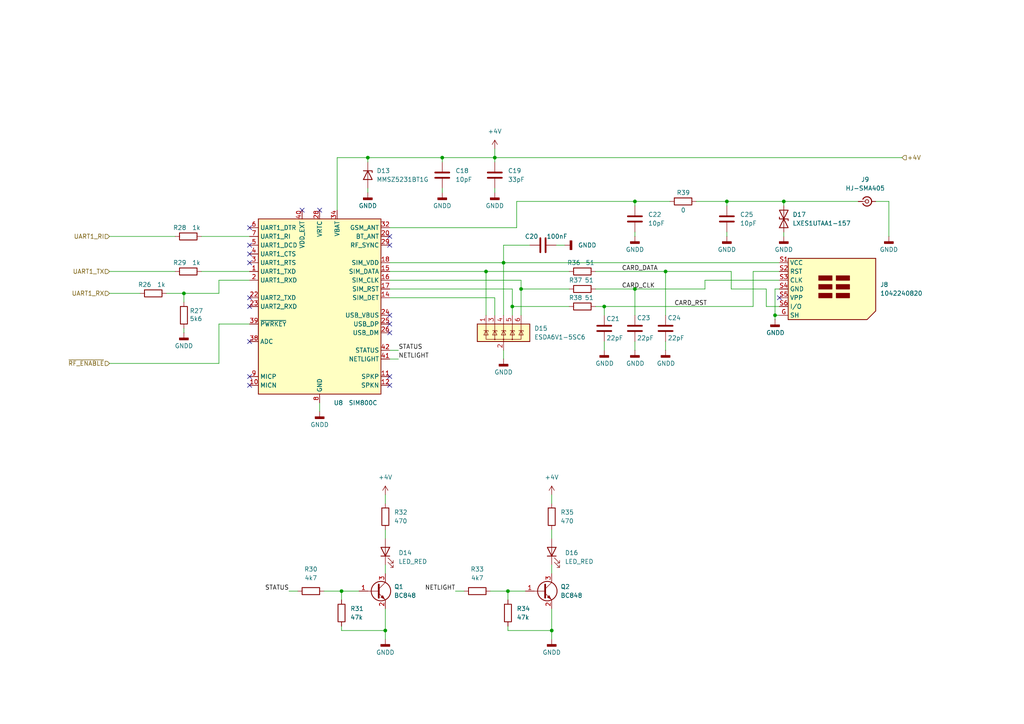
<source format=kicad_sch>
(kicad_sch (version 20250114) (generator "eeschema") (generator_version "9.0")
  (paper "A4")
  (lib_symbols
    (symbol "Device:C" (pin_numbers (hide yes)) (pin_names (offset 0.254))
      (property "Reference" "C" (at 0.635 2.54 0))
      (property "Value" "C" (at 0.635 -2.54 0))
      (symbol "C_0_1"
        (polyline (pts (xy -2.032 0.762) (xy 2.032 0.762)) (stroke (width 0.508)))
        (polyline (pts (xy -2.032 -0.762) (xy 2.032 -0.762)) (stroke (width 0.508)))
      )
      (symbol "C_1_1"
        (pin passive line (at 0 3.81 270) (length 2.794) (name "~") (number "1"))
        (pin passive line (at 0 -3.81 90) (length 2.794) (name "~") (number "2"))
      )
    )
    (symbol "Device:D_TVS" (pin_numbers (hide yes)) (pin_names (offset 1.016) (hide yes))
      (property "Reference" "D" (at 0 2.54 0))
      (property "Value" "D_TVS" (at 0 -2.54 0))
      (symbol "D_TVS_0_1"
        (polyline (pts (xy -2.54 1.27) (xy -2.54 -1.27) (xy 2.54 1.27) (xy 2.54 -1.27) (xy -2.54 1.27)) (stroke (width 0.254)))
        (polyline (pts (xy 0.508 1.27) (xy 0 1.27) (xy 0 -1.27) (xy -0.508 -1.27)) (stroke (width 0.254)))
        (polyline (pts (xy 1.27 0) (xy -1.27 0)))
      )
      (symbol "D_TVS_1_1"
        (pin passive line (at -3.81 0 0) (length 2.54) (name "A1") (number "1"))
        (pin passive line (at 3.81 0 180) (length 2.54) (name "A2") (number "2"))
      )
    )
    (symbol "Device:D_Zener" (pin_numbers (hide yes)) (pin_names (offset 1.016) (hide yes))
      (property "Reference" "D" (at 0 2.54 0))
      (property "Value" "D_Zener" (at 0 -2.54 0))
      (symbol "D_Zener_0_1"
        (polyline (pts (xy -1.27 -1.27) (xy -1.27 1.27) (xy -0.762 1.27)) (stroke (width 0.254)))
        (polyline (pts (xy 1.27 0) (xy -1.27 0)))
        (polyline (pts (xy 1.27 -1.27) (xy 1.27 1.27) (xy -1.27 0) (xy 1.27 -1.27)) (stroke (width 0.254)))
      )
      (symbol "D_Zener_1_1"
        (pin passive line (at -3.81 0 0) (length 2.54) (name "K") (number "1"))
        (pin passive line (at 3.81 0 180) (length 2.54) (name "A") (number "2"))
      )
    )
    (symbol "Device:LED" (pin_numbers (hide yes)) (pin_names (offset 1.016) (hide yes))
      (property "Reference" "D" (at 0 2.54 0))
      (property "Value" "LED" (at 0 -2.54 0))
      (symbol "LED_0_1"
        (polyline (pts (xy -3.048 -0.762) (xy -4.572 -2.286) (xy -3.81 -2.286) (xy -4.572 -2.286) (xy -4.572 -1.524)))
        (polyline (pts (xy -1.778 -0.762) (xy -3.302 -2.286) (xy -2.54 -2.286) (xy -3.302 -2.286) (xy -3.302 -1.524)))
        (polyline (pts (xy -1.27 0) (xy 1.27 0)))
        (polyline (pts (xy -1.27 -1.27) (xy -1.27 1.27)) (stroke (width 0.254)))
        (polyline (pts (xy 1.27 -1.27) (xy 1.27 1.27) (xy -1.27 0) (xy 1.27 -1.27)) (stroke (width 0.254)))
      )
      (symbol "LED_1_1"
        (pin passive line (at -3.81 0 0) (length 2.54) (name "K") (number "1"))
        (pin passive line (at 3.81 0 180) (length 2.54) (name "A") (number "2"))
      )
    )
    (symbol "Device:R" (pin_numbers (hide yes)) (pin_names (offset 0))
      (property "Reference" "R" (at 2.032 0 90))
      (property "Value" "R" (at 0 0 90))
      (symbol "R_0_1"
        (rectangle (start -1.016 -2.54) (end 1.016 2.54) (stroke (width 0.254)))
      )
      (symbol "R_1_1"
        (pin passive line (at 0 3.81 270) (length 1.27) (name "~") (number "1"))
        (pin passive line (at 0 -3.81 90) (length 1.27) (name "~") (number "2"))
      )
    )
    (symbol "Power_Protection:ESDA6V1-5SC6" (pin_names (hide yes))
      (property "Reference" "D" (at -5.08 -3.81 0))
      (property "Value" "ESDA6V1-5SC6" (at 2.54 -3.81 0))
      (symbol "ESDA6V1-5SC6_0_0"
        (pin passive line (at 0 -5.08 90) (length 2.54) (name "GND") (number "2"))
      )
      (symbol "ESDA6V1-5SC6_0_1"
        (rectangle (start -7.62 2.54) (end 7.62 -2.54) (stroke (width 0.254)) (fill (type background)))
        (polyline (pts (xy -5.715 0.635) (xy -4.445 0.635) (xy -4.445 0.381)))
        (polyline (pts (xy -5.715 -0.635) (xy -4.445 -0.635) (xy -5.08 0.635) (xy -5.715 -0.635)))
        (polyline (pts (xy -5.08 2.54) (xy -5.08 -1.905) (xy 5.08 -1.905) (xy 5.08 2.54)))
        (polyline (pts (xy -3.175 0.635) (xy -1.905 0.635) (xy -1.905 0.381)))
        (polyline (pts (xy -3.175 -0.635) (xy -1.905 -0.635) (xy -2.54 0.635) (xy -3.175 -0.635)))
        (polyline (pts (xy -2.54 2.54) (xy -2.54 -1.905)))
        (circle (center -2.54 -1.905) (radius 0.127))
        (polyline (pts (xy -0.635 0.635) (xy 0.635 0.635) (xy 0.635 0.381)))
        (polyline (pts (xy -0.635 -0.635) (xy 0.635 -0.635) (xy 0 0.635) (xy -0.635 -0.635)))
        (polyline (pts (xy 0 2.54) (xy 0 -2.54)))
        (circle (center 0 -1.905) (radius 0.127))
        (polyline (pts (xy 1.905 0.635) (xy 3.175 0.635) (xy 3.175 0.381)))
        (polyline (pts (xy 1.905 -0.635) (xy 3.175 -0.635) (xy 2.54 0.635) (xy 1.905 -0.635)))
        (polyline (pts (xy 2.54 2.54) (xy 2.54 -1.905)))
        (circle (center 2.54 -1.905) (radius 0.127))
        (polyline (pts (xy 4.445 0.635) (xy 5.715 0.635) (xy 5.715 0.381)))
        (polyline (pts (xy 4.445 -0.635) (xy 5.715 -0.635) (xy 5.08 0.635) (xy 4.445 -0.635)))
      )
      (symbol "ESDA6V1-5SC6_1_1"
        (pin passive line (at -5.08 5.08 270) (length 2.54) (name "IO1") (number "1"))
        (pin passive line (at -2.54 5.08 270) (length 2.54) (name "IO2") (number "3"))
        (pin passive line (at 0 5.08 270) (length 2.54) (name "IO3") (number "4"))
        (pin passive line (at 2.54 5.08 270) (length 2.54) (name "IO4") (number "5"))
        (pin passive line (at 5.08 5.08 270) (length 2.54) (name "IO5") (number "6"))
      )
    )
    (symbol "RF_GSM:SIM800C"
      (property "Reference" "U" (at -15.24 26.67 0))
      (property "Value" "SIM800C" (at 12.7 26.67 0))
      (symbol "SIM800C_0_1"
        (rectangle (start -17.78 25.4) (end 17.78 -25.4) (stroke (width 0.254)) (fill (type background)))
      )
      (symbol "SIM800C_1_1"
        (pin input line (at -20.32 22.86 0) (length 2.54) (name "UART1_DTR") (number "6"))
        (pin output line (at -20.32 20.32 0) (length 2.54) (name "UART1_RI") (number "7"))
        (pin output line (at -20.32 17.78 0) (length 2.54) (name "UART1_DCD") (number "5"))
        (pin output line (at -20.32 15.24 0) (length 2.54) (name "UART1_CTS") (number "4"))
        (pin input line (at -20.32 12.7 0) (length 2.54) (name "UART1_RTS") (number "3"))
        (pin output line (at -20.32 10.16 0) (length 2.54) (name "UART1_TXD") (number "1"))
        (pin input line (at -20.32 7.62 0) (length 2.54) (name "UART1_RXD") (number "2"))
        (pin output line (at -20.32 2.54 0) (length 2.54) (name "UART2_TXD") (number "22"))
        (pin input line (at -20.32 0 0) (length 2.54) (name "UART2_RXD") (number "23"))
        (pin input line (at -20.32 -5.08 0) (length 2.54) (name "~{PWRKEY}") (number "39"))
        (pin input line (at -20.32 -10.16 0) (length 2.54) (name "ADC") (number "38"))
        (pin input line (at -20.32 -20.32 0) (length 2.54) (name "MICP") (number "9"))
        (pin input line (at -20.32 -22.86 0) (length 2.54) (name "MICN") (number "10"))
        (pin power_out line (at -5.08 27.94 270) (length 2.54) (name "VDD_EXT") (number "40"))
        (pin power_in line (at 0 27.94 270) (length 2.54) (name "VRTC") (number "28"))
        (pin passive line (at 0 -27.94 90) (length 2.54) (hide yes) (name "GND") (number "13"))
        (pin passive line (at 0 -27.94 90) (length 2.54) (hide yes) (name "GND") (number "19"))
        (pin passive line (at 0 -27.94 90) (length 2.54) (hide yes) (name "GND") (number "21"))
        (pin passive line (at 0 -27.94 90) (length 2.54) (hide yes) (name "GND") (number "27"))
        (pin passive line (at 0 -27.94 90) (length 2.54) (hide yes) (name "GND") (number "30"))
        (pin passive line (at 0 -27.94 90) (length 2.54) (hide yes) (name "GND") (number "31"))
        (pin passive line (at 0 -27.94 90) (length 2.54) (hide yes) (name "GND") (number "33"))
        (pin passive line (at 0 -27.94 90) (length 2.54) (hide yes) (name "GND") (number "36"))
        (pin passive line (at 0 -27.94 90) (length 2.54) (hide yes) (name "GND") (number "37"))
        (pin power_in line (at 0 -27.94 90) (length 2.54) (name "GND") (number "8"))
        (pin power_in line (at 5.08 27.94 270) (length 2.54) (name "VBAT") (number "34"))
        (pin passive line (at 5.08 27.94 270) (length 2.54) (hide yes) (name "VBAT") (number "35"))
        (pin passive line (at 20.32 22.86 180) (length 2.54) (name "GSM_ANT") (number "32"))
        (pin passive line (at 20.32 20.32 180) (length 2.54) (name "BT_ANT") (number "20"))
        (pin output line (at 20.32 17.78 180) (length 2.54) (name "RF_SYNC") (number "29"))
        (pin power_out line (at 20.32 12.7 180) (length 2.54) (name "SIM_VDD") (number "18"))
        (pin bidirectional line (at 20.32 10.16 180) (length 2.54) (name "SIM_DATA") (number "15"))
        (pin output line (at 20.32 7.62 180) (length 2.54) (name "SIM_CLK") (number "16"))
        (pin output line (at 20.32 5.08 180) (length 2.54) (name "SIM_RST") (number "17"))
        (pin input line (at 20.32 2.54 180) (length 2.54) (name "SIM_DET") (number "14"))
        (pin input line (at 20.32 -2.54 180) (length 2.54) (name "USB_VBUS") (number "24"))
        (pin bidirectional line (at 20.32 -5.08 180) (length 2.54) (name "USB_DP") (number "25"))
        (pin bidirectional line (at 20.32 -7.62 180) (length 2.54) (name "USB_DM") (number "26"))
        (pin output line (at 20.32 -12.7 180) (length 2.54) (name "STATUS") (number "42"))
        (pin output line (at 20.32 -15.24 180) (length 2.54) (name "NETLIGHT") (number "41"))
        (pin output line (at 20.32 -20.32 180) (length 2.54) (name "SPKP") (number "11"))
        (pin output line (at 20.32 -22.86 180) (length 2.54) (name "SPKN") (number "12"))
      )
    )
    (symbol "Transistor_BJT:BC848" (pin_names (offset 0) (hide yes))
      (property "Reference" "Q" (at 5.08 1.905 0))
      (property "Value" "BC848" (at 5.08 0 0))
      (symbol "BC848_0_1"
        (polyline (pts (xy -2.54 0) (xy 0.635 0)))
        (polyline (pts (xy 0.635 1.905) (xy 0.635 -1.905)) (stroke (width 0.508)))
        (circle (center 1.27 0) (radius 2.8194) (stroke (width 0.254)))
      )
      (symbol "BC848_1_1"
        (polyline (pts (xy 0.635 0.635) (xy 2.54 2.54)))
        (polyline (pts (xy 0.635 -0.635) (xy 2.54 -2.54)))
        (polyline (pts (xy 1.27 -1.778) (xy 1.778 -1.27) (xy 2.286 -2.286) (xy 1.27 -1.778)) (fill (type outline)))
        (pin input line (at -5.08 0 0) (length 2.54) (name "B") (number "1"))
        (pin passive line (at 2.54 5.08 270) (length 2.54) (name "C") (number "3"))
        (pin passive line (at 2.54 -5.08 90) (length 2.54) (name "E") (number "2"))
      )
    )
    (symbol "power:+4V" (power) (pin_numbers (hide yes)) (pin_names (offset 0) (hide yes))
      (property "Value" "+4V" (at 0 3.556 0))
      (symbol "+4V_0_1"
        (polyline (pts (xy -0.762 1.27) (xy 0 2.54)))
        (polyline (pts (xy 0 2.54) (xy 0.762 1.27)))
        (polyline (pts (xy 0 0) (xy 0 2.54)))
      )
      (symbol "+4V_1_1"
        (pin power_in line (at 0 0 90) (length 0) (name "~") (number "1"))
      )
    )
    (symbol "power:GNDD" (power) (pin_numbers (hide yes)) (pin_names (offset 0) (hide yes))
      (property "Value" "GNDD" (at 0 -3.175 0))
      (symbol "GNDD_0_1"
        (rectangle (start -1.27 -1.524) (end 1.27 -2.032) (stroke (width 0.254)) (fill (type outline)))
        (polyline (pts (xy 0 0) (xy 0 -1.524)))
      )
      (symbol "GNDD_1_1"
        (pin power_in line (at 0 0 270) (length 0) (name "~") (number "1"))
      )
    )
    (symbol "symbols:SIM_Card_Shielded_1042240820_Molex"
      (property "Reference" "J" (at 2.54 12.7 0))
      (property "Value" "1042240820" (at 8.128 10.16 0))
      (symbol "SIM_Card_Shielded_1042240820_Molex_0_1"
        (polyline (pts (xy -10.16 8.89) (xy -10.16 -8.89) (xy 12.7 -8.89) (xy 15.24 -6.35) (xy 15.24 8.89) (xy -10.16 8.89)) (stroke (width 0.254)) (fill (type background)))
        (rectangle (start -1.27 2.54) (end 2.54 3.81) (stroke (width 0.254)) (fill (type outline)))
        (rectangle (start -1.27 0) (end 2.54 1.27) (stroke (width 0.254)) (fill (type outline)))
        (rectangle (start -1.27 -2.54) (end 2.54 -1.27) (stroke (width 0.254)) (fill (type outline)))
        (rectangle (start 3.81 2.54) (end 7.62 3.81) (stroke (width 0.254)) (fill (type outline)))
        (rectangle (start 3.81 0) (end 7.62 1.27) (stroke (width 0.254)) (fill (type outline)))
        (rectangle (start 3.81 -1.27) (end 7.62 -2.54) (stroke (width 0.254)) (fill (type outline)))
      )
      (symbol "SIM_Card_Shielded_1042240820_Molex_1_1"
        (pin power_in line (at -12.7 7.62 0) (length 2.54) (name "VCC") (number "S1"))
        (pin input line (at -12.7 5.08 0) (length 2.54) (name "RST") (number "S2"))
        (pin input line (at -12.7 2.54 0) (length 2.54) (name "CLK") (number "S3"))
        (pin power_in line (at -12.7 0 0) (length 2.54) (name "GND") (number "S4"))
        (pin input line (at -12.7 -2.54 0) (length 2.54) (name "VPP") (number "S5"))
        (pin bidirectional line (at -12.7 -5.08 0) (length 2.54) (name "I/O") (number "S6"))
        (pin passive line (at -12.7 -7.62 0) (length 2.54) (name "SH") (number "G"))
        (pin no_connect line (at 17.78 7.62 180) (length 2.54) (hide yes) (name "NC") (number "11"))
        (pin no_connect line (at 17.78 5.08 180) (length 2.54) (hide yes) (name "NC") (number "12"))
      )
    )
    (symbol "symbols:SMA_conn_HJ-SMA405" (pin_numbers (hide yes)) (pin_names (offset 1.016) (hide yes))
      (property "Reference" "J" (at 0.254 3.048 0))
      (property "Value" "SMA_conn_HJ-SMA405" (at 0 -3.81 0))
      (symbol "SMA_conn_HJ-SMA405_0_1"
        (polyline (pts (xy -2.54 0) (xy -0.508 0)))
        (circle (center 0 0) (radius 0.508) (stroke (width 0.2032)))
      )
      (symbol "SMA_conn_HJ-SMA405_1_1"
        (arc (start 1.3484 0.0039) (mid 0.327 -1.308) (end -1.1916 -0.6311) (stroke (width 0.3048)))
        (arc (start -1.1916 0.6311) (mid 0.327 1.3081) (end 1.3484 -0.0039) (stroke (width 0.3048)))
        (pin passive line (at -2.54 0 0) (length 1.27) (name "In") (number "1"))
        (pin passive line (at 2.54 0 180) (length 1.27) (name "Ext") (number "2"))
      )
    )
  )
  (junction (at 53.34 85.09))
  (junction (at 143.51 45.72))
  (junction (at 111.76 182.88))
  (junction (at 193.04 78.74))
  (junction (at 184.15 58.42))
  (junction (at 148.59 88.9))
  (junction (at 224.79 91.44))
  (junction (at 160.02 182.88))
  (junction (at 128.27 45.72))
  (junction (at 147.32 171.45))
  (junction (at 175.26 88.9))
  (junction (at 140.97 78.74))
  (junction (at 210.82 58.42))
  (junction (at 146.05 76.2))
  (junction (at 151.13 83.82))
  (junction (at 99.06 171.45))
  (junction (at 106.68 45.72))
  (junction (at 227.33 58.42))
  (junction (at 184.15 83.82))
  (no_connect (at 113.03 109.22))
  (no_connect (at 72.39 66.04))
  (no_connect (at 72.39 88.9))
  (no_connect (at 113.03 91.44))
  (no_connect (at 72.39 99.06))
  (no_connect (at 113.03 68.58))
  (no_connect (at 113.03 111.76))
  (no_connect (at 92.71 60.96))
  (no_connect (at 72.39 76.2))
  (no_connect (at 113.03 71.12))
  (no_connect (at 113.03 93.98))
  (no_connect (at 72.39 111.76))
  (no_connect (at 72.39 71.12))
  (no_connect (at 72.39 73.66))
  (no_connect (at 72.39 109.22))
  (no_connect (at 226.06 86.36))
  (no_connect (at 72.39 86.36))
  (no_connect (at 87.63 60.96))
  (no_connect (at 113.03 96.52))
  (wire (pts (xy 53.34 85.09) (xy 63.5 85.09)))
  (wire (pts (xy 58.42 78.74) (xy 72.39 78.74)))
  (wire (pts (xy 106.68 45.72) (xy 97.79 45.72)))
  (wire (pts (xy 147.32 182.88) (xy 160.02 182.88)))
  (wire (pts (xy 31.75 105.41) (xy 63.5 105.41)))
  (wire (pts (xy 151.13 83.82) (xy 165.1 83.82)))
  (wire (pts (xy 218.44 78.74) (xy 226.06 78.74)))
  (wire (pts (xy 111.76 176.53) (xy 111.76 182.88)))
  (wire (pts (xy 261.62 45.72) (xy 143.51 45.72)))
  (wire (pts (xy 175.26 88.9) (xy 218.44 88.9)))
  (wire (pts (xy 160.02 182.88) (xy 160.02 185.42)))
  (wire (pts (xy 99.06 181.61) (xy 99.06 182.88)))
  (wire (pts (xy 184.15 67.31) (xy 184.15 68.58)))
  (wire (pts (xy 227.33 58.42) (xy 248.92 58.42)))
  (wire (pts (xy 184.15 58.42) (xy 149.86 58.42)))
  (wire (pts (xy 63.5 105.41) (xy 63.5 93.98)))
  (wire (pts (xy 224.79 83.82) (xy 224.79 91.44)))
  (wire (pts (xy 161.29 71.12) (xy 163.83 71.12)))
  (wire (pts (xy 97.79 45.72) (xy 97.79 60.96)))
  (wire (pts (xy 254 58.42) (xy 257.81 58.42)))
  (wire (pts (xy 160.02 163.83) (xy 160.02 166.37)))
  (wire (pts (xy 31.75 85.09) (xy 40.64 85.09)))
  (wire (pts (xy 143.51 54.61) (xy 143.51 55.88)))
  (wire (pts (xy 172.72 78.74) (xy 193.04 78.74)))
  (wire (pts (xy 227.33 58.42) (xy 227.33 59.69)))
  (wire (pts (xy 83.82 171.45) (xy 86.36 171.45)))
  (wire (pts (xy 165.1 78.74) (xy 140.97 78.74)))
  (wire (pts (xy 222.25 88.9) (xy 226.06 88.9)))
  (wire (pts (xy 143.51 45.72) (xy 143.51 46.99)))
  (wire (pts (xy 63.5 81.28) (xy 72.39 81.28)))
  (wire (pts (xy 184.15 83.82) (xy 204.47 83.82)))
  (wire (pts (xy 63.5 85.09) (xy 63.5 81.28)))
  (wire (pts (xy 257.81 58.42) (xy 257.81 68.58)))
  (wire (pts (xy 113.03 101.6) (xy 115.57 101.6)))
  (wire (pts (xy 48.26 85.09) (xy 53.34 85.09)))
  (wire (pts (xy 146.05 71.12) (xy 146.05 76.2)))
  (wire (pts (xy 99.06 171.45) (xy 104.14 171.45)))
  (wire (pts (xy 147.32 181.61) (xy 147.32 182.88)))
  (wire (pts (xy 113.03 83.82) (xy 148.59 83.82)))
  (wire (pts (xy 31.75 78.74) (xy 50.8 78.74)))
  (wire (pts (xy 212.09 78.74) (xy 212.09 83.82)))
  (wire (pts (xy 147.32 171.45) (xy 152.4 171.45)))
  (wire (pts (xy 146.05 76.2) (xy 226.06 76.2)))
  (wire (pts (xy 132.08 171.45) (xy 134.62 171.45)))
  (wire (pts (xy 212.09 83.82) (xy 222.25 83.82)))
  (wire (pts (xy 153.67 71.12) (xy 146.05 71.12)))
  (wire (pts (xy 193.04 99.06) (xy 193.04 101.6)))
  (wire (pts (xy 111.76 153.67) (xy 111.76 156.21)))
  (wire (pts (xy 106.68 54.61) (xy 106.68 55.88)))
  (wire (pts (xy 210.82 58.42) (xy 227.33 58.42)))
  (wire (pts (xy 113.03 76.2) (xy 146.05 76.2)))
  (wire (pts (xy 184.15 58.42) (xy 184.15 59.69)))
  (wire (pts (xy 58.42 68.58) (xy 72.39 68.58)))
  (wire (pts (xy 193.04 78.74) (xy 193.04 91.44)))
  (wire (pts (xy 128.27 45.72) (xy 106.68 45.72)))
  (wire (pts (xy 172.72 88.9) (xy 175.26 88.9)))
  (wire (pts (xy 226.06 83.82) (xy 224.79 83.82)))
  (wire (pts (xy 143.51 43.18) (xy 143.51 45.72)))
  (wire (pts (xy 111.76 143.51) (xy 111.76 146.05)))
  (wire (pts (xy 204.47 83.82) (xy 204.47 81.28)))
  (wire (pts (xy 147.32 171.45) (xy 147.32 173.99)))
  (wire (pts (xy 53.34 85.09) (xy 53.34 87.63)))
  (wire (pts (xy 63.5 93.98) (xy 72.39 93.98)))
  (wire (pts (xy 31.75 68.58) (xy 50.8 68.58)))
  (wire (pts (xy 113.03 86.36) (xy 143.51 86.36)))
  (wire (pts (xy 184.15 99.06) (xy 184.15 101.6)))
  (wire (pts (xy 53.34 95.25) (xy 53.34 96.52)))
  (wire (pts (xy 93.98 171.45) (xy 99.06 171.45)))
  (wire (pts (xy 106.68 45.72) (xy 106.68 46.99)))
  (wire (pts (xy 193.04 78.74) (xy 212.09 78.74)))
  (wire (pts (xy 140.97 78.74) (xy 140.97 91.44)))
  (wire (pts (xy 160.02 143.51) (xy 160.02 146.05)))
  (wire (pts (xy 194.31 58.42) (xy 184.15 58.42)))
  (wire (pts (xy 111.76 182.88) (xy 111.76 185.42)))
  (wire (pts (xy 111.76 163.83) (xy 111.76 166.37)))
  (wire (pts (xy 151.13 83.82) (xy 151.13 91.44)))
  (wire (pts (xy 99.06 182.88) (xy 111.76 182.88)))
  (wire (pts (xy 149.86 66.04) (xy 113.03 66.04)))
  (wire (pts (xy 226.06 91.44) (xy 224.79 91.44)))
  (wire (pts (xy 143.51 86.36) (xy 143.51 91.44)))
  (wire (pts (xy 113.03 81.28) (xy 151.13 81.28)))
  (wire (pts (xy 151.13 81.28) (xy 151.13 83.82)))
  (wire (pts (xy 175.26 99.06) (xy 175.26 101.6)))
  (wire (pts (xy 160.02 176.53) (xy 160.02 182.88)))
  (wire (pts (xy 218.44 88.9) (xy 218.44 78.74)))
  (wire (pts (xy 210.82 58.42) (xy 210.82 59.69)))
  (wire (pts (xy 222.25 83.82) (xy 222.25 88.9)))
  (wire (pts (xy 204.47 81.28) (xy 226.06 81.28)))
  (wire (pts (xy 148.59 83.82) (xy 148.59 88.9)))
  (wire (pts (xy 224.79 91.44) (xy 224.79 92.71)))
  (wire (pts (xy 143.51 45.72) (xy 128.27 45.72)))
  (wire (pts (xy 99.06 171.45) (xy 99.06 173.99)))
  (wire (pts (xy 142.24 171.45) (xy 147.32 171.45)))
  (wire (pts (xy 149.86 58.42) (xy 149.86 66.04)))
  (wire (pts (xy 175.26 88.9) (xy 175.26 91.44)))
  (wire (pts (xy 128.27 54.61) (xy 128.27 55.88)))
  (wire (pts (xy 184.15 83.82) (xy 184.15 91.44)))
  (wire (pts (xy 113.03 78.74) (xy 140.97 78.74)))
  (wire (pts (xy 92.71 116.84) (xy 92.71 119.38)))
  (wire (pts (xy 201.93 58.42) (xy 210.82 58.42)))
  (wire (pts (xy 128.27 45.72) (xy 128.27 46.99)))
  (wire (pts (xy 148.59 88.9) (xy 165.1 88.9)))
  (wire (pts (xy 148.59 88.9) (xy 148.59 91.44)))
  (wire (pts (xy 146.05 101.6) (xy 146.05 104.14)))
  (wire (pts (xy 210.82 67.31) (xy 210.82 68.58)))
  (wire (pts (xy 160.02 153.67) (xy 160.02 156.21)))
  (wire (pts (xy 146.05 76.2) (xy 146.05 91.44)))
  (wire (pts (xy 227.33 67.31) (xy 227.33 68.58)))
  (wire (pts (xy 172.72 83.82) (xy 184.15 83.82)))
  (wire (pts (xy 113.03 104.14) (xy 115.57 104.14)))
  (label "STATUS" (at 115.57 101.6 0))
  (label "CARD_DATA" (at 180.34 78.74 0))
  (label "CARD_RST" (at 195.58 88.9 0))
  (label "NETLIGHT" (at 115.57 104.14 0))
  (label "STATUS" (at 83.82 171.45 180))
  (label "CARD_CLK" (at 180.34 83.82 0))
  (label "NETLIGHT" (at 132.08 171.45 180))
  (hierarchical_label "UART1_RX" (shape input) (at 31.75 85.09 180))
  (hierarchical_label "~{RF_ENABLE}" (shape input) (at 31.75 105.41 180))
  (hierarchical_label "UART1_TX" (shape input) (at 31.75 78.74 180))
  (hierarchical_label "+4V" (shape input) (at 261.62 45.72 0))
  (hierarchical_label "UART1_RI" (shape input) (at 31.75 68.58 180))
  (symbol (lib_id "Device:R") (at 90.17 171.45 90) (unit 1)
    (property "Reference" "R30" (at 90.17 165.1 90))
    (property "Value" "4k7" (at 90.17 167.64 90))
    (property "Footprint" "Resistor_SMD:R_0805_2012Metric_Pad1.20x1.40mm_HandSolder" (effects (hide yes)))
    (property "Description" "Resistor" (effects (hide yes)))
  )
  (symbol (lib_id "power:GNDD") (at 210.82 68.58 0) (unit 1)
    (property "Reference" "#PWR062" (effects (hide yes)))
    (property "Value" "GNDD" (at 210.82 72.39 0))
    (property "Description" "Power symbol creates a global label with name \"GNDD\" , digital ground" (effects (hide yes)))
  )
  (symbol (lib_id "power:GNDD") (at 128.27 55.88 0) (unit 1)
    (property "Reference" "#PWR051" (effects (hide yes)))
    (property "Value" "GNDD" (at 128.27 59.69 0))
    (property "Description" "Power symbol creates a global label with name \"GNDD\" , digital ground" (effects (hide yes)))
  )
  (symbol (lib_id "Device:R") (at 168.91 78.74 90) (unit 1)
    (property "Reference" "R36" (at 168.402 76.2 90) (effects (justify left)))
    (property "Value" "51" (at 172.466 76.2 90) (effects (justify left)))
    (property "Footprint" "Resistor_SMD:R_0805_2012Metric_Pad1.20x1.40mm_HandSolder" (effects (hide yes)))
    (property "Description" "Resistor" (effects (hide yes)))
  )
  (symbol (lib_id "power:GNDD") (at 53.34 96.52 0) (unit 1)
    (property "Reference" "#PWR046" (effects (hide yes)))
    (property "Value" "GNDD" (at 53.34 100.33 0))
    (property "Description" "Power symbol creates a global label with name \"GNDD\" , digital ground" (effects (hide yes)))
  )
  (symbol (lib_id "Device:R") (at 44.45 85.09 90) (unit 1)
    (property "Reference" "R26" (at 43.942 82.55 90) (effects (justify left)))
    (property "Value" "1k" (at 48.006 82.55 90) (effects (justify left)))
    (property "Footprint" "Resistor_SMD:R_0805_2012Metric_Pad1.20x1.40mm_HandSolder" (effects (hide yes)))
    (property "Description" "Resistor" (effects (hide yes)))
  )
  (symbol (lib_id "Device:R") (at 99.06 177.8 0) (unit 1)
    (property "Reference" "R31" (at 101.6 176.5299 0) (effects (justify left)))
    (property "Value" "47k" (at 101.6 179.0699 0) (effects (justify left)))
    (property "Footprint" "Resistor_SMD:R_0805_2012Metric_Pad1.20x1.40mm_HandSolder" (effects (hide yes)))
    (property "Description" "Resistor" (effects (hide yes)))
  )
  (symbol (lib_id "Device:D_TVS") (at 227.33 63.5 90) (unit 1)
    (property "Reference" "D17" (at 229.87 62.2299 90) (effects (justify right)))
    (property "Value" "LXES1UTAA1-157" (at 229.87 64.7699 90) (effects (justify right)))
    (property "Footprint" "Diode_SMD:D_01005_0402Metric_Pad0.57x0.30mm_HandSolder" (effects (hide yes)))
    (property "Description" "Bidirectional transient-voltage-suppression diode" (effects (hide yes)))
  )
  (symbol (lib_id "power:GNDD") (at 146.05 104.14 0) (unit 1)
    (property "Reference" "#PWR054" (effects (hide yes)))
    (property "Value" "GNDD" (at 146.05 107.95 0))
    (property "Description" "Power symbol creates a global label with name \"GNDD\" , digital ground" (effects (hide yes)))
  )
  (symbol (lib_id "Device:R") (at 168.91 83.82 90) (unit 1)
    (property "Reference" "R37" (at 168.91 81.28 90) (effects (justify left)))
    (property "Value" "51" (at 172.212 81.28 90) (effects (justify left)))
    (property "Footprint" "Resistor_SMD:R_0805_2012Metric_Pad1.20x1.40mm_HandSolder" (effects (hide yes)))
    (property "Description" "Resistor" (effects (hide yes)))
  )
  (symbol (lib_id "power:GNDD") (at 224.79 92.71 0) (unit 1)
    (property "Reference" "#PWR063" (effects (hide yes)))
    (property "Value" "GNDD" (at 227.584 96.52 0) (effects (justify right)))
    (property "Description" "Power symbol creates a global label with name \"GNDD\" , digital ground" (effects (hide yes)))
  )
  (symbol (lib_id "Device:C") (at 143.51 50.8 180) (unit 1)
    (property "Reference" "C19" (at 147.32 49.5299 0) (effects (justify right)))
    (property "Value" "33pF" (at 147.32 52.0699 0) (effects (justify right)))
    (property "Footprint" "Capacitor_SMD:C_0805_2012Metric_Pad1.18x1.45mm_HandSolder" (effects (hide yes)))
    (property "Description" "Unpolarized capacitor" (effects (hide yes)))
  )
  (symbol (lib_id "Device:R") (at 53.34 91.44 180) (unit 1)
    (property "Reference" "R27" (at 58.928 90.17 0) (effects (justify left)))
    (property "Value" "5k6" (at 58.674 92.456 0) (effects (justify left)))
    (property "Footprint" "Resistor_SMD:R_0805_2012Metric_Pad1.20x1.40mm_HandSolder" (effects (hide yes)))
    (property "Description" "Resistor" (effects (hide yes)))
  )
  (symbol (lib_id "Device:LED") (at 111.76 160.02 90) (unit 1)
    (property "Reference" "D14" (at 115.57 160.3374 90) (effects (justify right)))
    (property "Value" "LED_RED" (at 115.57 162.8774 90) (effects (justify right)))
    (property "Footprint" "LED_SMD:LED_0805_2012Metric_Pad1.15x1.40mm_HandSolder" (effects (hide yes)))
    (property "Description" "Light emitting diode" (effects (hide yes)))
    (property "Sim.Pins" "1=K 2=A" (effects (hide yes)))
  )
  (symbol (lib_id "power:GNDD") (at 227.33 68.58 0) (unit 1)
    (property "Reference" "#PWR064" (effects (hide yes)))
    (property "Value" "GNDD" (at 227.33 72.39 0))
    (property "Description" "Power symbol creates a global label with name \"GNDD\" , digital ground" (effects (hide yes)))
  )
  (symbol (lib_id "Device:D_Zener") (at 106.68 50.8 270) (unit 1)
    (property "Reference" "D13" (at 109.22 49.5299 90) (effects (justify left)))
    (property "Value" "MMSZ5231BT1G" (at 109.22 52.0699 90) (effects (justify left)))
    (property "Footprint" "Diode_SMD:D_SOD-123" (effects (hide yes)))
    (property "Description" "Zener diode" (effects (hide yes)))
  )
  (symbol (lib_id "power:GNDD") (at 111.76 185.42 0) (unit 1)
    (property "Reference" "#PWR050" (effects (hide yes)))
    (property "Value" "GNDD" (at 111.76 189.23 0))
    (property "Description" "Power symbol creates a global label with name \"GNDD\" , digital ground" (effects (hide yes)))
  )
  (symbol (lib_id "power:GNDD") (at 160.02 185.42 0) (unit 1)
    (property "Reference" "#PWR056" (effects (hide yes)))
    (property "Value" "GNDD" (at 160.02 189.23 0))
    (property "Description" "Power symbol creates a global label with name \"GNDD\" , digital ground" (effects (hide yes)))
  )
  (symbol (lib_id "Device:C") (at 210.82 63.5 180) (unit 1)
    (property "Reference" "C25" (at 214.63 62.2299 0) (effects (justify right)))
    (property "Value" "10pF" (at 214.63 64.7699 0) (effects (justify right)))
    (property "Footprint" "Capacitor_SMD:C_0805_2012Metric_Pad1.18x1.45mm_HandSolder" (effects (hide yes)))
    (property "Description" "Unpolarized capacitor" (effects (hide yes)))
  )
  (symbol (lib_id "power:GNDD") (at 106.68 55.88 0) (unit 1)
    (property "Reference" "#PWR048" (effects (hide yes)))
    (property "Value" "GNDD" (at 106.68 59.69 0))
    (property "Description" "Power symbol creates a global label with name \"GNDD\" , digital ground" (effects (hide yes)))
  )
  (symbol (lib_id "power:GNDD") (at 143.51 55.88 0) (unit 1)
    (property "Reference" "#PWR053" (effects (hide yes)))
    (property "Value" "GNDD" (at 143.51 59.69 0))
    (property "Description" "Power symbol creates a global label with name \"GNDD\" , digital ground" (effects (hide yes)))
  )
  (symbol (lib_id "symbols:SIM_Card_Shielded_1042240820_Molex") (at 238.76 83.82 0) (unit 1)
    (property "Reference" "J8" (at 255.27 82.5499 0) (effects (justify left)))
    (property "Value" "1042240820" (at 255.27 85.0899 0) (effects (justify left)))
    (property "Footprint" "footprints:1042240820_MOLEX" (effects (hide yes)))
    (property "Datasheet" "kicad-embed://molex-1042240820.pdf" (effects (hide yes)))
    (property "Description" "SIM Card" (effects (hide yes)))
  )
  (symbol (lib_id "Device:C") (at 184.15 63.5 180) (unit 1)
    (property "Reference" "C22" (at 187.96 62.2299 0) (effects (justify right)))
    (property "Value" "10pF" (at 187.96 64.7699 0) (effects (justify right)))
    (property "Footprint" "Capacitor_SMD:C_0805_2012Metric_Pad1.18x1.45mm_HandSolder" (effects (hide yes)))
    (property "Description" "Unpolarized capacitor" (effects (hide yes)))
  )
  (symbol (lib_id "Transistor_BJT:BC848") (at 109.22 171.45 0) (unit 1)
    (property "Reference" "Q1" (at 114.3 170.1799 0) (effects (justify left)))
    (property "Value" "BC848" (at 114.3 172.7199 0) (effects (justify left)))
    (property "Footprint" "Package_TO_SOT_SMD:SOT-23" (effects (hide yes)))
    (property "Datasheet" "http://www.infineon.com/dgdl/Infineon-BC847SERIES_BC848SERIES_BC849SERIES_BC850SERIES-DS-v01_01-en.pdf?fileId=db3a304314dca389011541d4630a1657" (effects (hide yes)))
    (property "Description" "0.1A Ic, 30V Vce, NPN Transistor, SOT-23" (effects (hide yes)))
  )
  (symbol (lib_id "power:GNDD") (at 193.04 101.6 0) (unit 1)
    (property "Reference" "#PWR061" (effects (hide yes)))
    (property "Value" "GNDD" (at 195.834 105.41 0) (effects (justify right)))
    (property "Description" "Power symbol creates a global label with name \"GNDD\" , digital ground" (effects (hide yes)))
  )
  (symbol (lib_id "power:+4V") (at 111.76 143.51 0) (unit 1)
    (property "Reference" "#PWR049" (effects (hide yes)))
    (property "Value" "+4V" (at 111.76 138.43 0))
    (property "Description" "Power symbol creates a global label with name \"+4V\"" (effects (hide yes)))
  )
  (symbol (lib_id "Device:C") (at 184.15 95.25 180) (unit 1)
    (property "Reference" "C23" (at 186.69 92.202 0))
    (property "Value" "22pF" (at 187.198 98.044 0))
    (property "Footprint" "Capacitor_SMD:C_0805_2012Metric_Pad1.18x1.45mm_HandSolder" (effects (hide yes)))
    (property "Description" "Unpolarized capacitor" (effects (hide yes)))
  )
  (symbol (lib_id "Device:LED") (at 160.02 160.02 90) (unit 1)
    (property "Reference" "D16" (at 163.83 160.3374 90) (effects (justify right)))
    (property "Value" "LED_RED" (at 163.83 162.8774 90) (effects (justify right)))
    (property "Footprint" "LED_SMD:LED_0805_2012Metric_Pad1.15x1.40mm_HandSolder" (effects (hide yes)))
    (property "Description" "Light emitting diode" (effects (hide yes)))
    (property "Sim.Pins" "1=K 2=A" (effects (hide yes)))
  )
  (symbol (lib_id "Device:R") (at 160.02 149.86 0) (unit 1)
    (property "Reference" "R35" (at 162.56 148.5899 0) (effects (justify left)))
    (property "Value" "470" (at 162.56 151.1299 0) (effects (justify left)))
    (property "Footprint" "Resistor_SMD:R_0805_2012Metric_Pad1.20x1.40mm_HandSolder" (effects (hide yes)))
    (property "Description" "Resistor" (effects (hide yes)))
  )
  (symbol (lib_id "power:GNDD") (at 92.71 119.38 0) (unit 1)
    (property "Reference" "#PWR047" (effects (hide yes)))
    (property "Value" "GNDD" (at 92.71 123.19 0))
    (property "Description" "Power symbol creates a global label with name \"GNDD\" , digital ground" (effects (hide yes)))
  )
  (symbol (lib_id "power:+4V") (at 160.02 143.51 0) (unit 1)
    (property "Reference" "#PWR055" (effects (hide yes)))
    (property "Value" "+4V" (at 160.02 138.43 0))
    (property "Description" "Power symbol creates a global label with name \"+4V\"" (effects (hide yes)))
  )
  (symbol (lib_id "power:+4V") (at 143.51 43.18 0) (unit 1)
    (property "Reference" "#PWR052" (effects (hide yes)))
    (property "Value" "+4V" (at 143.51 38.1 0))
    (property "Description" "Power symbol creates a global label with name \"+4V\"" (effects (hide yes)))
  )
  (symbol (lib_id "power:GNDD") (at 163.83 71.12 90) (unit 1)
    (property "Reference" "#PWR057" (effects (hide yes)))
    (property "Value" "GNDD" (at 167.64 71.1199 90) (effects (justify right)))
    (property "Description" "Power symbol creates a global label with name \"GNDD\" , digital ground" (effects (hide yes)))
  )
  (symbol (lib_id "Device:C") (at 128.27 50.8 180) (unit 1)
    (property "Reference" "C18" (at 132.08 49.5299 0) (effects (justify right)))
    (property "Value" "10pF" (at 132.08 52.0699 0) (effects (justify right)))
    (property "Footprint" "Capacitor_SMD:C_0805_2012Metric_Pad1.18x1.45mm_HandSolder" (effects (hide yes)))
    (property "Description" "Unpolarized capacitor" (effects (hide yes)))
  )
  (symbol (lib_id "Device:C") (at 157.48 71.12 270) (unit 1)
    (property "Reference" "C20" (at 154.178 68.58 90))
    (property "Value" "100nF" (at 161.544 68.58 90))
    (property "Footprint" "Capacitor_SMD:C_0805_2012Metric_Pad1.18x1.45mm_HandSolder" (effects (hide yes)))
    (property "Description" "Unpolarized capacitor" (effects (hide yes)))
  )
  (symbol (lib_id "Device:C") (at 175.26 95.25 180) (unit 1)
    (property "Reference" "C21" (at 177.8 92.456 0))
    (property "Value" "22pF" (at 178.308 98.044 0))
    (property "Footprint" "Capacitor_SMD:C_0805_2012Metric_Pad1.18x1.45mm_HandSolder" (effects (hide yes)))
    (property "Description" "Unpolarized capacitor" (effects (hide yes)))
  )
  (symbol (lib_id "Device:R") (at 198.12 58.42 90) (unit 1)
    (property "Reference" "R39" (at 200.152 55.88 90) (effects (justify left)))
    (property "Value" "0" (at 198.882 60.96 90) (effects (justify left)))
    (property "Footprint" "Resistor_SMD:R_0805_2012Metric_Pad1.20x1.40mm_HandSolder" (effects (hide yes)))
    (property "Description" "Resistor" (effects (hide yes)))
  )
  (symbol (lib_id "Transistor_BJT:BC848") (at 157.48 171.45 0) (unit 1)
    (property "Reference" "Q2" (at 162.56 170.1799 0) (effects (justify left)))
    (property "Value" "BC848" (at 162.56 172.7199 0) (effects (justify left)))
    (property "Footprint" "Package_TO_SOT_SMD:SOT-23" (effects (hide yes)))
    (property "Datasheet" "http://www.infineon.com/dgdl/Infineon-BC847SERIES_BC848SERIES_BC849SERIES_BC850SERIES-DS-v01_01-en.pdf?fileId=db3a304314dca389011541d4630a1657" (effects (hide yes)))
    (property "Description" "0.1A Ic, 30V Vce, NPN Transistor, SOT-23" (effects (hide yes)))
  )
  (symbol (lib_id "Device:R") (at 54.61 78.74 90) (unit 1)
    (property "Reference" "R29" (at 54.102 76.2 90) (effects (justify left)))
    (property "Value" "1k" (at 58.166 76.2 90) (effects (justify left)))
    (property "Footprint" "Resistor_SMD:R_0805_2012Metric_Pad1.20x1.40mm_HandSolder" (effects (hide yes)))
    (property "Description" "Resistor" (effects (hide yes)))
  )
  (symbol (lib_id "Power_Protection:ESDA6V1-5SC6") (at 146.05 96.52 0) (unit 1)
    (property "Reference" "D15" (at 154.94 95.2499 0) (effects (justify left)))
    (property "Value" "ESDA6V1-5SC6" (at 154.94 97.7899 0) (effects (justify left)))
    (property "Footprint" "Package_TO_SOT_SMD:SOT-23-6" (effects (hide yes)))
    (property "Datasheet" "www.st.com/resource/en/datasheet/esda6v1-5sc6.pdf" (effects (hide yes)))
    (property "Description" "Quintuple bidirectional transil, Suppressor for ESD protection, 6V1 Breakdown, SOT-23-6" (effects (hide yes)))
  )
  (symbol (lib_id "power:GNDD") (at 184.15 101.6 0) (unit 1)
    (property "Reference" "#PWR060" (effects (hide yes)))
    (property "Value" "GNDD" (at 186.944 105.41 0) (effects (justify right)))
    (property "Description" "Power symbol creates a global label with name \"GNDD\" , digital ground" (effects (hide yes)))
  )
  (symbol (lib_id "Device:R") (at 138.43 171.45 90) (unit 1)
    (property "Reference" "R33" (at 138.43 165.1 90))
    (property "Value" "4k7" (at 138.43 167.64 90))
    (property "Footprint" "Resistor_SMD:R_0805_2012Metric_Pad1.20x1.40mm_HandSolder" (effects (hide yes)))
    (property "Description" "Resistor" (effects (hide yes)))
  )
  (symbol (lib_id "Device:R") (at 111.76 149.86 0) (unit 1)
    (property "Reference" "R32" (at 114.3 148.5899 0) (effects (justify left)))
    (property "Value" "470" (at 114.3 151.1299 0) (effects (justify left)))
    (property "Footprint" "Resistor_SMD:R_0805_2012Metric_Pad1.20x1.40mm_HandSolder" (effects (hide yes)))
    (property "Description" "Resistor" (effects (hide yes)))
  )
  (symbol (lib_id "Device:R") (at 54.61 68.58 90) (unit 1)
    (property "Reference" "R28" (at 54.102 66.04 90) (effects (justify left)))
    (property "Value" "1k" (at 58.166 66.04 90) (effects (justify left)))
    (property "Footprint" "Resistor_SMD:R_0805_2012Metric_Pad1.20x1.40mm_HandSolder" (effects (hide yes)))
    (property "Description" "Resistor" (effects (hide yes)))
  )
  (symbol (lib_id "symbols:SMA_conn_HJ-SMA405") (at 251.46 58.42 0) (unit 1)
    (property "Reference" "J9" (at 250.9404 52.07 0))
    (property "Value" "HJ-SMA405" (at 250.9404 54.61 0))
    (property "Footprint" "footprints:SMA_HJ-SMA405" (effects (hide yes)))
    (property "Datasheet" "kicad-embed://HJ-SMA405.pdf" (effects (hide yes)))
    (property "Description" "small coaxial connector SMA right angle" (effects (hide yes)))
  )
  (symbol (lib_id "Device:C") (at 193.04 95.25 180) (unit 1)
    (property "Reference" "C24" (at 195.58 92.202 0))
    (property "Value" "22pF" (at 196.088 98.044 0))
    (property "Footprint" "Capacitor_SMD:C_0805_2012Metric_Pad1.18x1.45mm_HandSolder" (effects (hide yes)))
    (property "Description" "Unpolarized capacitor" (effects (hide yes)))
  )
  (symbol (lib_id "power:GNDD") (at 184.15 68.58 0) (unit 1)
    (property "Reference" "#PWR059" (effects (hide yes)))
    (property "Value" "GNDD" (at 184.15 72.39 0))
    (property "Description" "Power symbol creates a global label with name \"GNDD\" , digital ground" (effects (hide yes)))
  )
  (symbol (lib_id "power:GNDD") (at 257.81 68.58 0) (unit 1)
    (property "Reference" "#PWR065" (effects (hide yes)))
    (property "Value" "GNDD" (at 257.81 72.39 0))
    (property "Description" "Power symbol creates a global label with name \"GNDD\" , digital ground" (effects (hide yes)))
  )
  (symbol (lib_id "power:GNDD") (at 175.26 101.6 0) (unit 1)
    (property "Reference" "#PWR058" (effects (hide yes)))
    (property "Value" "GNDD" (at 178.054 105.41 0) (effects (justify right)))
    (property "Description" "Power symbol creates a global label with name \"GNDD\" , digital ground" (effects (hide yes)))
  )
  (symbol (lib_id "Device:R") (at 168.91 88.9 90) (unit 1)
    (property "Reference" "R38" (at 168.91 86.36 90) (effects (justify left)))
    (property "Value" "51" (at 172.212 86.36 90) (effects (justify left)))
    (property "Footprint" "Resistor_SMD:R_0805_2012Metric_Pad1.20x1.40mm_HandSolder" (effects (hide yes)))
    (property "Description" "Resistor" (effects (hide yes)))
  )
  (symbol (lib_id "RF_GSM:SIM800C") (at 92.71 88.9 0) (unit 1)
    (property "Reference" "U8" (at 96.774 116.84 0) (effects (justify left)))
    (property "Value" "SIM800C" (at 101.092 116.84 0) (effects (justify left)))
    (property "Footprint" "RF_GSM:SIMCom_SIM800C" (effects (hide yes)))
    (property "Datasheet" "http://simcom.ee/documents/SIM800C/SIM800C_Hardware_Design_V1.05.pdf" (effects (hide yes)))
    (property "Description" "GSM Quad-Band Communication Module, GPRS, Audio Engine, AT Command Set, Bluetooth is Optional" (effects (hide yes)))
  )
  (symbol (lib_id "Device:R") (at 147.32 177.8 0) (unit 1)
    (property "Reference" "R34" (at 149.86 176.5299 0) (effects (justify left)))
    (property "Value" "47k" (at 149.86 179.0699 0) (effects (justify left)))
    (property "Footprint" "Resistor_SMD:R_0805_2012Metric_Pad1.20x1.40mm_HandSolder" (effects (hide yes)))
    (property "Description" "Resistor" (effects (hide yes)))
  )
)
</source>
